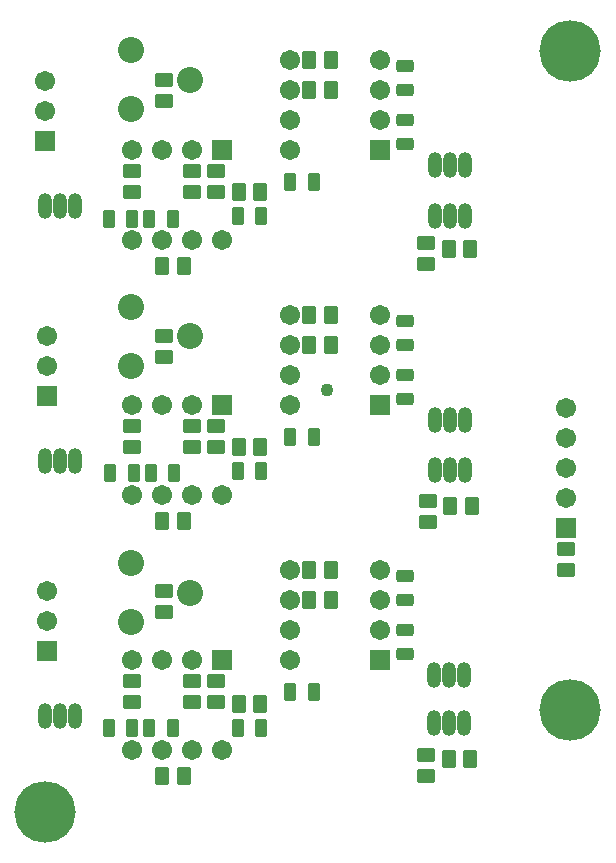
<source format=gbs>
G04 Layer_Color=16711935*
%FSLAX44Y44*%
%MOMM*%
G71*
G01*
G75*
G04:AMPARAMS|DCode=33|XSize=1.5032mm|YSize=1.0032mm|CornerRadius=0.2016mm|HoleSize=0mm|Usage=FLASHONLY|Rotation=270.000|XOffset=0mm|YOffset=0mm|HoleType=Round|Shape=RoundedRectangle|*
%AMROUNDEDRECTD33*
21,1,1.5032,0.6000,0,0,270.0*
21,1,1.1000,1.0032,0,0,270.0*
1,1,0.4032,-0.3000,-0.5500*
1,1,0.4032,-0.3000,0.5500*
1,1,0.4032,0.3000,0.5500*
1,1,0.4032,0.3000,-0.5500*
%
%ADD33ROUNDEDRECTD33*%
%ADD35C,5.2032*%
%ADD36R,1.7032X1.7032*%
%ADD37C,1.7032*%
%ADD38R,1.7032X1.7032*%
%ADD39O,1.2032X2.2032*%
%ADD40O,1.2032X2.2032*%
%ADD41C,2.2032*%
%ADD42C,1.1032*%
G04:AMPARAMS|DCode=43|XSize=1.6032mm|YSize=1.2032mm|CornerRadius=0.2266mm|HoleSize=0mm|Usage=FLASHONLY|Rotation=180.000|XOffset=0mm|YOffset=0mm|HoleType=Round|Shape=RoundedRectangle|*
%AMROUNDEDRECTD43*
21,1,1.6032,0.7500,0,0,180.0*
21,1,1.1500,1.2032,0,0,180.0*
1,1,0.4532,-0.5750,0.3750*
1,1,0.4532,0.5750,0.3750*
1,1,0.4532,0.5750,-0.3750*
1,1,0.4532,-0.5750,-0.3750*
%
%ADD43ROUNDEDRECTD43*%
G04:AMPARAMS|DCode=44|XSize=1.6032mm|YSize=1.2032mm|CornerRadius=0.2266mm|HoleSize=0mm|Usage=FLASHONLY|Rotation=270.000|XOffset=0mm|YOffset=0mm|HoleType=Round|Shape=RoundedRectangle|*
%AMROUNDEDRECTD44*
21,1,1.6032,0.7500,0,0,270.0*
21,1,1.1500,1.2032,0,0,270.0*
1,1,0.4532,-0.3750,-0.5750*
1,1,0.4532,-0.3750,0.5750*
1,1,0.4532,0.3750,0.5750*
1,1,0.4532,0.3750,-0.5750*
%
%ADD44ROUNDEDRECTD44*%
G04:AMPARAMS|DCode=45|XSize=1.5032mm|YSize=1.0032mm|CornerRadius=0.2016mm|HoleSize=0mm|Usage=FLASHONLY|Rotation=0.000|XOffset=0mm|YOffset=0mm|HoleType=Round|Shape=RoundedRectangle|*
%AMROUNDEDRECTD45*
21,1,1.5032,0.6000,0,0,0.0*
21,1,1.1000,1.0032,0,0,0.0*
1,1,0.4032,0.5500,-0.3000*
1,1,0.4032,-0.5500,-0.3000*
1,1,0.4032,-0.5500,0.3000*
1,1,0.4032,0.5500,0.3000*
%
%ADD45ROUNDEDRECTD45*%
D33*
X255110Y129540D02*
D03*
X235110D02*
D03*
X210660Y99060D02*
D03*
X190660D02*
D03*
X115730D02*
D03*
X135730D02*
D03*
X101440D02*
D03*
X81440D02*
D03*
X255110Y345440D02*
D03*
X235110D02*
D03*
X210660Y316230D02*
D03*
X190660D02*
D03*
X102710Y314960D02*
D03*
X82710D02*
D03*
X117000D02*
D03*
X137000D02*
D03*
X255110Y561340D02*
D03*
X235110D02*
D03*
X210660Y532130D02*
D03*
X190660D02*
D03*
X115730Y529590D02*
D03*
X135730D02*
D03*
X101440D02*
D03*
X81440D02*
D03*
D35*
X27940Y27940D02*
D03*
X472440Y671830D02*
D03*
Y114300D02*
D03*
D36*
X311150Y588010D02*
D03*
Y156210D02*
D03*
Y372110D02*
D03*
D37*
Y613410D02*
D03*
Y638810D02*
D03*
Y664210D02*
D03*
X234950Y588010D02*
D03*
Y613410D02*
D03*
Y638810D02*
D03*
Y664210D02*
D03*
X311150Y181610D02*
D03*
Y207010D02*
D03*
Y232410D02*
D03*
X234950Y156210D02*
D03*
Y181610D02*
D03*
Y207010D02*
D03*
Y232410D02*
D03*
X27940Y621030D02*
D03*
Y646430D02*
D03*
X152400Y588010D02*
D03*
X127000D02*
D03*
X101600D02*
D03*
X177800Y511810D02*
D03*
X152400D02*
D03*
X127000D02*
D03*
X101600D02*
D03*
X29210Y189230D02*
D03*
Y214630D02*
D03*
X152400Y156210D02*
D03*
X127000D02*
D03*
X101600D02*
D03*
X177800Y80010D02*
D03*
X152400D02*
D03*
X127000D02*
D03*
X101600D02*
D03*
X311150Y397510D02*
D03*
Y422910D02*
D03*
Y448310D02*
D03*
X234950Y372110D02*
D03*
Y397510D02*
D03*
Y422910D02*
D03*
Y448310D02*
D03*
X29210Y405130D02*
D03*
Y430530D02*
D03*
X152400Y372110D02*
D03*
X127000D02*
D03*
X101600D02*
D03*
X177800Y295910D02*
D03*
X152400D02*
D03*
X127000D02*
D03*
X101600D02*
D03*
X468630Y369570D02*
D03*
Y344170D02*
D03*
Y318770D02*
D03*
Y293370D02*
D03*
D38*
X27940Y595630D02*
D03*
X177800Y588010D02*
D03*
X29210Y163830D02*
D03*
X177800Y156210D02*
D03*
X29210Y379730D02*
D03*
X177800Y372110D02*
D03*
X468630Y267970D02*
D03*
D39*
X27940Y541020D02*
D03*
X40640D02*
D03*
X27940Y109220D02*
D03*
X40640D02*
D03*
X27940Y325120D02*
D03*
X40640D02*
D03*
X382270Y102870D02*
D03*
X369570D02*
D03*
X383540Y317500D02*
D03*
X370840D02*
D03*
X383540Y532130D02*
D03*
X370840D02*
D03*
X356870Y143510D02*
D03*
X369570D02*
D03*
X358140Y359410D02*
D03*
X370840D02*
D03*
X358140Y575310D02*
D03*
X370840D02*
D03*
D40*
X53340Y541020D02*
D03*
Y109220D02*
D03*
Y325120D02*
D03*
X356870Y102870D02*
D03*
X358140Y317500D02*
D03*
Y532130D02*
D03*
X382270Y143510D02*
D03*
X383540Y359410D02*
D03*
Y575310D02*
D03*
D41*
X100730Y622700D02*
D03*
Y672700D02*
D03*
X150730Y647700D02*
D03*
X100730Y188360D02*
D03*
Y238360D02*
D03*
X150730Y213360D02*
D03*
X100730Y405530D02*
D03*
Y455530D02*
D03*
X150730Y430530D02*
D03*
D42*
X266700Y384810D02*
D03*
D43*
X350520Y58310D02*
D03*
Y76310D02*
D03*
X152400Y120540D02*
D03*
Y138540D02*
D03*
X172720Y120540D02*
D03*
Y138540D02*
D03*
X101600Y120540D02*
D03*
Y138540D02*
D03*
X128270Y214740D02*
D03*
Y196740D02*
D03*
X351790Y272940D02*
D03*
Y290940D02*
D03*
X152400Y336440D02*
D03*
Y354440D02*
D03*
X172720Y336440D02*
D03*
Y354440D02*
D03*
X101600Y336440D02*
D03*
Y354440D02*
D03*
X128270Y430640D02*
D03*
Y412640D02*
D03*
X468630Y232300D02*
D03*
Y250300D02*
D03*
X350520Y491380D02*
D03*
Y509380D02*
D03*
X101600Y552340D02*
D03*
Y570340D02*
D03*
X152400Y552340D02*
D03*
Y570340D02*
D03*
X172720Y552340D02*
D03*
Y570340D02*
D03*
X128270Y647810D02*
D03*
Y629810D02*
D03*
D44*
X387460Y72390D02*
D03*
X369460D02*
D03*
X269350Y207010D02*
D03*
X251350D02*
D03*
X269350Y232410D02*
D03*
X251350D02*
D03*
X191660Y119380D02*
D03*
X209660D02*
D03*
X144890Y58420D02*
D03*
X126890D02*
D03*
X388730Y287020D02*
D03*
X370730D02*
D03*
X269350Y448310D02*
D03*
X251350D02*
D03*
X269350Y422910D02*
D03*
X251350D02*
D03*
X144890Y274320D02*
D03*
X126890D02*
D03*
X191660Y336550D02*
D03*
X209660D02*
D03*
X387460Y504190D02*
D03*
X369460D02*
D03*
X269350Y664210D02*
D03*
X251350D02*
D03*
X191660Y552450D02*
D03*
X209660D02*
D03*
X144890Y490220D02*
D03*
X126890D02*
D03*
X269350Y638810D02*
D03*
X251350D02*
D03*
D45*
X332740Y207170D02*
D03*
Y227170D02*
D03*
Y181450D02*
D03*
Y161450D02*
D03*
Y397350D02*
D03*
Y377350D02*
D03*
Y423070D02*
D03*
Y443070D02*
D03*
Y638970D02*
D03*
Y658970D02*
D03*
Y613250D02*
D03*
Y593250D02*
D03*
M02*

</source>
